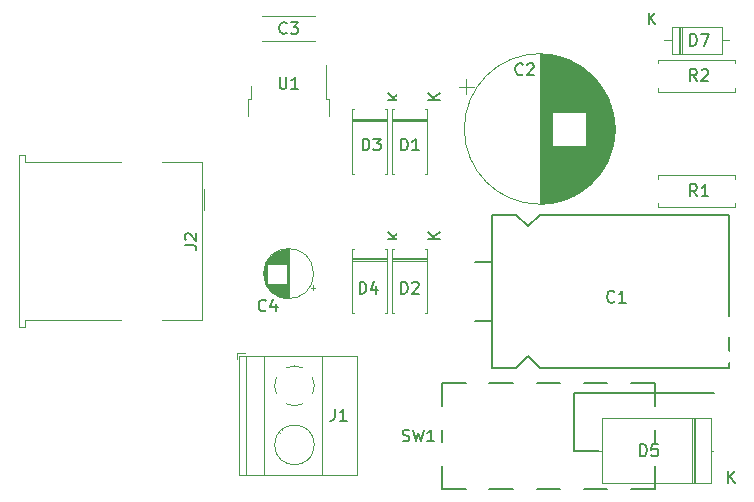
<source format=gto>
G04 #@! TF.GenerationSoftware,KiCad,Pcbnew,5.1.10*
G04 #@! TF.CreationDate,2021-05-08T14:59:39+02:00*
G04 #@! TF.ProjectId,Dynamo_minimal_USB_charger,44796e61-6d6f-45f6-9d69-6e696d616c5f,1.0*
G04 #@! TF.SameCoordinates,PX5f5e100PY7bfa480*
G04 #@! TF.FileFunction,Legend,Top*
G04 #@! TF.FilePolarity,Positive*
%FSLAX46Y46*%
G04 Gerber Fmt 4.6, Leading zero omitted, Abs format (unit mm)*
G04 Created by KiCad (PCBNEW 5.1.10) date 2021-05-08 14:59:39*
%MOMM*%
%LPD*%
G01*
G04 APERTURE LIST*
%ADD10C,0.120000*%
%ADD11C,0.150000*%
%ADD12C,1.600000*%
%ADD13R,5.800000X6.400000*%
%ADD14R,1.200000X2.200000*%
%ADD15C,1.800000*%
%ADD16R,1.800000X1.800000*%
%ADD17C,2.000000*%
%ADD18C,2.300000*%
%ADD19O,2.600000X2.600000*%
%ADD20R,2.600000X2.600000*%
%ADD21C,3.200000*%
%ADD22O,1.600000X1.600000*%
%ADD23R,1.500000X1.600000*%
%ADD24C,3.000000*%
%ADD25C,2.600000*%
%ADD26R,1.600000X1.600000*%
%ADD27O,2.200000X2.200000*%
%ADD28R,2.200000X2.200000*%
%ADD29C,1.200000*%
%ADD30R,1.200000X1.200000*%
%ADD31C,2.400000*%
%ADD32R,2.400000X2.400000*%
G04 APERTURE END LIST*
D10*
G04 #@! TO.C,C3*
X25520000Y39195000D02*
X25520000Y39180000D01*
X25520000Y41320000D02*
X25520000Y41305000D01*
X20980000Y39195000D02*
X20980000Y39180000D01*
X20980000Y41320000D02*
X20980000Y41305000D01*
X20980000Y39180000D02*
X25520000Y39180000D01*
X20980000Y41320000D02*
X25520000Y41320000D01*
G04 #@! TO.C,U1*
X26700000Y32820000D02*
X26700000Y34320000D01*
X26700000Y34320000D02*
X26430000Y34320000D01*
X26430000Y34320000D02*
X26430000Y37150000D01*
X19800000Y32820000D02*
X19800000Y34320000D01*
X19800000Y34320000D02*
X20070000Y34320000D01*
X20070000Y34320000D02*
X20070000Y35420000D01*
D11*
G04 #@! TO.C,C1*
X40500000Y15500000D02*
X39000000Y15500000D01*
X40500000Y20500000D02*
X39000000Y20500000D01*
X42500000Y24500000D02*
X40500000Y24500000D01*
X43500000Y23500000D02*
X42500000Y24500000D01*
X44500000Y24500000D02*
X43500000Y23500000D01*
X60500000Y24500000D02*
X44500000Y24500000D01*
X60500000Y11500000D02*
X60500000Y24500000D01*
X44500000Y11500000D02*
X60500000Y11500000D01*
X43500000Y12500000D02*
X44500000Y11500000D01*
X42500000Y11500000D02*
X43500000Y12500000D01*
X40500000Y11500000D02*
X42500000Y11500000D01*
X40500000Y24500000D02*
X40500000Y11500000D01*
G04 #@! TO.C,SW1*
X36250000Y5250000D02*
X36250000Y6250000D01*
X36250000Y1250000D02*
X36250000Y3250000D01*
X36250000Y10250000D02*
X36250000Y8250000D01*
X38250000Y10250000D02*
X36250000Y10250000D01*
X42250000Y10250000D02*
X40250000Y10250000D01*
X46250000Y10250000D02*
X44250000Y10250000D01*
X50250000Y10250000D02*
X48250000Y10250000D01*
X54250000Y10250000D02*
X52250000Y10250000D01*
X54250000Y5250000D02*
X54250000Y6250000D01*
X54250000Y10250000D02*
X54250000Y8250000D01*
X54250000Y1250000D02*
X54250000Y3250000D01*
X52250000Y1250000D02*
X54250000Y1250000D01*
X48250000Y1250000D02*
X50250000Y1250000D01*
X44250000Y1250000D02*
X46250000Y1250000D01*
X40250000Y1250000D02*
X42250000Y1250000D01*
X36250000Y1250000D02*
X38250000Y1250000D01*
G04 #@! TO.C,D5*
X47450000Y9400000D02*
X59250000Y9400000D01*
X47450000Y4500000D02*
X47450000Y9400000D01*
X49550000Y4500000D02*
X47450000Y4500000D01*
D10*
X57670000Y1730000D02*
X57670000Y7270000D01*
X57430000Y1730000D02*
X57430000Y7270000D01*
X57550000Y1730000D02*
X57550000Y7270000D01*
X49590000Y4500000D02*
X49780000Y4500000D01*
X59210000Y4500000D02*
X59020000Y4500000D01*
X49780000Y1730000D02*
X59020000Y1730000D01*
X49780000Y7270000D02*
X49780000Y1730000D01*
X59020000Y7270000D02*
X49780000Y7270000D01*
X59020000Y1730000D02*
X59020000Y7270000D01*
G04 #@! TO.C,R2*
X61080000Y34880000D02*
X61080000Y35210000D01*
X54540000Y34880000D02*
X61080000Y34880000D01*
X54540000Y35210000D02*
X54540000Y34880000D01*
X61080000Y37620000D02*
X61080000Y37290000D01*
X54540000Y37620000D02*
X61080000Y37620000D01*
X54540000Y37290000D02*
X54540000Y37620000D01*
G04 #@! TO.C,R1*
X61080000Y25130000D02*
X61080000Y25460000D01*
X54540000Y25130000D02*
X61080000Y25130000D01*
X54540000Y25460000D02*
X54540000Y25130000D01*
X61080000Y27870000D02*
X61080000Y27540000D01*
X54540000Y27870000D02*
X61080000Y27870000D01*
X54540000Y27540000D02*
X54540000Y27870000D01*
G04 #@! TO.C,J2*
X16100000Y26650000D02*
X16100000Y24850000D01*
X920000Y14940000D02*
X920000Y15590000D01*
X920000Y29560000D02*
X400000Y29560000D01*
X9030000Y15590000D02*
X920000Y15590000D01*
X400000Y29560000D02*
X400000Y14940000D01*
X400000Y14940000D02*
X920000Y14940000D01*
X15880000Y15590000D02*
X12550000Y15590000D01*
X15880000Y28910000D02*
X12550000Y28910000D01*
X15880000Y28910000D02*
X15880000Y15590000D01*
X920000Y28910000D02*
X920000Y29560000D01*
X920000Y28910000D02*
X9030000Y28910000D01*
G04 #@! TO.C,J1*
X18850000Y12800000D02*
X18850000Y12300000D01*
X19590000Y12800000D02*
X18850000Y12800000D01*
X22727000Y6227000D02*
X22681000Y6274000D01*
X25025000Y3930000D02*
X24989000Y3965000D01*
X22511000Y6034000D02*
X22476000Y6069000D01*
X24819000Y3725000D02*
X24773000Y3772000D01*
X29011000Y2440000D02*
X19090000Y2440000D01*
X29011000Y12560000D02*
X19090000Y12560000D01*
X19090000Y12560000D02*
X19090000Y2440000D01*
X29011000Y12560000D02*
X29011000Y2440000D01*
X26051000Y12560000D02*
X26051000Y2440000D01*
X21150000Y12560000D02*
X21150000Y2440000D01*
X19650000Y12560000D02*
X19650000Y2440000D01*
X25430000Y5000000D02*
G75*
G03*
X25430000Y5000000I-1680000J0D01*
G01*
X22069747Y9971195D02*
G75*
G02*
X22215000Y10684000I1680253J28805D01*
G01*
X23066958Y11535426D02*
G75*
G02*
X24434000Y11535000I683042J-1535426D01*
G01*
X25285426Y10683042D02*
G75*
G02*
X25285000Y9316000I-1535426J-683042D01*
G01*
X24433042Y8464574D02*
G75*
G02*
X23066000Y8465000I-683042J1535426D01*
G01*
X22215244Y9316682D02*
G75*
G02*
X22070000Y10000000I1534756J683318D01*
G01*
G04 #@! TO.C,D7*
X56290000Y40370000D02*
X56290000Y38130000D01*
X56530000Y40370000D02*
X56530000Y38130000D01*
X56410000Y40370000D02*
X56410000Y38130000D01*
X60580000Y39250000D02*
X59930000Y39250000D01*
X55040000Y39250000D02*
X55690000Y39250000D01*
X59930000Y40370000D02*
X55690000Y40370000D01*
X59930000Y38130000D02*
X59930000Y40370000D01*
X55690000Y38130000D02*
X59930000Y38130000D01*
X55690000Y40370000D02*
X55690000Y38130000D01*
G04 #@! TO.C,D4*
X31570000Y20830000D02*
X28630000Y20830000D01*
X31570000Y20590000D02*
X28630000Y20590000D01*
X31570000Y20710000D02*
X28630000Y20710000D01*
X28630000Y16170000D02*
X28760000Y16170000D01*
X28630000Y21610000D02*
X28630000Y16170000D01*
X28760000Y21610000D02*
X28630000Y21610000D01*
X31570000Y16170000D02*
X31440000Y16170000D01*
X31570000Y21610000D02*
X31570000Y16170000D01*
X31440000Y21610000D02*
X31570000Y21610000D01*
G04 #@! TO.C,D3*
X31570000Y32630000D02*
X28630000Y32630000D01*
X31570000Y32390000D02*
X28630000Y32390000D01*
X31570000Y32510000D02*
X28630000Y32510000D01*
X28630000Y27970000D02*
X28760000Y27970000D01*
X28630000Y33410000D02*
X28630000Y27970000D01*
X28760000Y33410000D02*
X28630000Y33410000D01*
X31570000Y27970000D02*
X31440000Y27970000D01*
X31570000Y33410000D02*
X31570000Y27970000D01*
X31440000Y33410000D02*
X31570000Y33410000D01*
G04 #@! TO.C,D2*
X34970000Y20830000D02*
X32030000Y20830000D01*
X34970000Y20590000D02*
X32030000Y20590000D01*
X34970000Y20710000D02*
X32030000Y20710000D01*
X32030000Y16170000D02*
X32160000Y16170000D01*
X32030000Y21610000D02*
X32030000Y16170000D01*
X32160000Y21610000D02*
X32030000Y21610000D01*
X34970000Y16170000D02*
X34840000Y16170000D01*
X34970000Y21610000D02*
X34970000Y16170000D01*
X34840000Y21610000D02*
X34970000Y21610000D01*
G04 #@! TO.C,D1*
X34970000Y32630000D02*
X32030000Y32630000D01*
X34970000Y32390000D02*
X32030000Y32390000D01*
X34970000Y32510000D02*
X32030000Y32510000D01*
X32030000Y27970000D02*
X32160000Y27970000D01*
X32030000Y33410000D02*
X32030000Y27970000D01*
X32160000Y33410000D02*
X32030000Y33410000D01*
X34970000Y27970000D02*
X34840000Y27970000D01*
X34970000Y33410000D02*
X34970000Y27970000D01*
X34840000Y33410000D02*
X34970000Y33410000D01*
G04 #@! TO.C,C4*
X25319801Y18105000D02*
X25319801Y18505000D01*
X25519801Y18305000D02*
X25119801Y18305000D01*
X21169000Y19130000D02*
X21169000Y19870000D01*
X21209000Y18963000D02*
X21209000Y20037000D01*
X21249000Y18836000D02*
X21249000Y20164000D01*
X21289000Y18732000D02*
X21289000Y20268000D01*
X21329000Y18641000D02*
X21329000Y20359000D01*
X21369000Y18560000D02*
X21369000Y20440000D01*
X21409000Y18487000D02*
X21409000Y20513000D01*
X21449000Y20340000D02*
X21449000Y20580000D01*
X21449000Y18420000D02*
X21449000Y18660000D01*
X21489000Y20340000D02*
X21489000Y20642000D01*
X21489000Y18358000D02*
X21489000Y18660000D01*
X21529000Y20340000D02*
X21529000Y20700000D01*
X21529000Y18300000D02*
X21529000Y18660000D01*
X21569000Y20340000D02*
X21569000Y20754000D01*
X21569000Y18246000D02*
X21569000Y18660000D01*
X21609000Y20340000D02*
X21609000Y20804000D01*
X21609000Y18196000D02*
X21609000Y18660000D01*
X21649000Y20340000D02*
X21649000Y20851000D01*
X21649000Y18149000D02*
X21649000Y18660000D01*
X21689000Y20340000D02*
X21689000Y20896000D01*
X21689000Y18104000D02*
X21689000Y18660000D01*
X21729000Y20340000D02*
X21729000Y20938000D01*
X21729000Y18062000D02*
X21729000Y18660000D01*
X21769000Y20340000D02*
X21769000Y20978000D01*
X21769000Y18022000D02*
X21769000Y18660000D01*
X21809000Y20340000D02*
X21809000Y21016000D01*
X21809000Y17984000D02*
X21809000Y18660000D01*
X21849000Y20340000D02*
X21849000Y21052000D01*
X21849000Y17948000D02*
X21849000Y18660000D01*
X21889000Y20340000D02*
X21889000Y21087000D01*
X21889000Y17913000D02*
X21889000Y18660000D01*
X21929000Y20340000D02*
X21929000Y21119000D01*
X21929000Y17881000D02*
X21929000Y18660000D01*
X21969000Y20340000D02*
X21969000Y21150000D01*
X21969000Y17850000D02*
X21969000Y18660000D01*
X22009000Y20340000D02*
X22009000Y21180000D01*
X22009000Y17820000D02*
X22009000Y18660000D01*
X22049000Y20340000D02*
X22049000Y21208000D01*
X22049000Y17792000D02*
X22049000Y18660000D01*
X22089000Y20340000D02*
X22089000Y21235000D01*
X22089000Y17765000D02*
X22089000Y18660000D01*
X22129000Y20340000D02*
X22129000Y21260000D01*
X22129000Y17740000D02*
X22129000Y18660000D01*
X22169000Y20340000D02*
X22169000Y21285000D01*
X22169000Y17715000D02*
X22169000Y18660000D01*
X22209000Y20340000D02*
X22209000Y21308000D01*
X22209000Y17692000D02*
X22209000Y18660000D01*
X22249000Y20340000D02*
X22249000Y21330000D01*
X22249000Y17670000D02*
X22249000Y18660000D01*
X22289000Y20340000D02*
X22289000Y21351000D01*
X22289000Y17649000D02*
X22289000Y18660000D01*
X22329000Y20340000D02*
X22329000Y21370000D01*
X22329000Y17630000D02*
X22329000Y18660000D01*
X22369000Y20340000D02*
X22369000Y21389000D01*
X22369000Y17611000D02*
X22369000Y18660000D01*
X22409000Y20340000D02*
X22409000Y21407000D01*
X22409000Y17593000D02*
X22409000Y18660000D01*
X22449000Y20340000D02*
X22449000Y21424000D01*
X22449000Y17576000D02*
X22449000Y18660000D01*
X22489000Y20340000D02*
X22489000Y21440000D01*
X22489000Y17560000D02*
X22489000Y18660000D01*
X22529000Y20340000D02*
X22529000Y21454000D01*
X22529000Y17546000D02*
X22529000Y18660000D01*
X22570000Y20340000D02*
X22570000Y21468000D01*
X22570000Y17532000D02*
X22570000Y18660000D01*
X22610000Y20340000D02*
X22610000Y21482000D01*
X22610000Y17518000D02*
X22610000Y18660000D01*
X22650000Y20340000D02*
X22650000Y21494000D01*
X22650000Y17506000D02*
X22650000Y18660000D01*
X22690000Y20340000D02*
X22690000Y21505000D01*
X22690000Y17495000D02*
X22690000Y18660000D01*
X22730000Y20340000D02*
X22730000Y21516000D01*
X22730000Y17484000D02*
X22730000Y18660000D01*
X22770000Y20340000D02*
X22770000Y21525000D01*
X22770000Y17475000D02*
X22770000Y18660000D01*
X22810000Y20340000D02*
X22810000Y21534000D01*
X22810000Y17466000D02*
X22810000Y18660000D01*
X22850000Y20340000D02*
X22850000Y21542000D01*
X22850000Y17458000D02*
X22850000Y18660000D01*
X22890000Y20340000D02*
X22890000Y21550000D01*
X22890000Y17450000D02*
X22890000Y18660000D01*
X22930000Y20340000D02*
X22930000Y21556000D01*
X22930000Y17444000D02*
X22930000Y18660000D01*
X22970000Y20340000D02*
X22970000Y21562000D01*
X22970000Y17438000D02*
X22970000Y18660000D01*
X23010000Y20340000D02*
X23010000Y21567000D01*
X23010000Y17433000D02*
X23010000Y18660000D01*
X23050000Y20340000D02*
X23050000Y21571000D01*
X23050000Y17429000D02*
X23050000Y18660000D01*
X23090000Y17426000D02*
X23090000Y21574000D01*
X23130000Y17423000D02*
X23130000Y21577000D01*
X23170000Y17421000D02*
X23170000Y21579000D01*
X23210000Y17420000D02*
X23210000Y21580000D01*
X23250000Y17420000D02*
X23250000Y21580000D01*
X25370000Y19500000D02*
G75*
G03*
X25370000Y19500000I-2120000J0D01*
G01*
G04 #@! TO.C,C2*
X38307918Y35950000D02*
X38307918Y34700000D01*
X37682918Y35325000D02*
X38932918Y35325000D01*
X50861000Y32067000D02*
X50861000Y31433000D01*
X50821000Y32507000D02*
X50821000Y30993000D01*
X50781000Y32778000D02*
X50781000Y30722000D01*
X50741000Y32991000D02*
X50741000Y30509000D01*
X50701000Y33172000D02*
X50701000Y30328000D01*
X50661000Y33333000D02*
X50661000Y30167000D01*
X50621000Y33478000D02*
X50621000Y30022000D01*
X50581000Y33611000D02*
X50581000Y29889000D01*
X50541000Y33734000D02*
X50541000Y29766000D01*
X50501000Y33850000D02*
X50501000Y29650000D01*
X50461000Y33959000D02*
X50461000Y29541000D01*
X50421000Y34062000D02*
X50421000Y29438000D01*
X50381000Y34160000D02*
X50381000Y29340000D01*
X50341000Y34254000D02*
X50341000Y29246000D01*
X50301000Y34344000D02*
X50301000Y29156000D01*
X50261000Y34431000D02*
X50261000Y29069000D01*
X50221000Y34514000D02*
X50221000Y28986000D01*
X50181000Y34594000D02*
X50181000Y28906000D01*
X50141000Y34671000D02*
X50141000Y28829000D01*
X50101000Y34746000D02*
X50101000Y28754000D01*
X50061000Y34819000D02*
X50061000Y28681000D01*
X50021000Y34890000D02*
X50021000Y28610000D01*
X49981000Y34958000D02*
X49981000Y28542000D01*
X49941000Y35025000D02*
X49941000Y28475000D01*
X49901000Y35089000D02*
X49901000Y28411000D01*
X49861000Y35152000D02*
X49861000Y28348000D01*
X49821000Y35214000D02*
X49821000Y28286000D01*
X49781000Y35274000D02*
X49781000Y28226000D01*
X49741000Y35333000D02*
X49741000Y28167000D01*
X49701000Y35390000D02*
X49701000Y28110000D01*
X49661000Y35446000D02*
X49661000Y28054000D01*
X49621000Y35500000D02*
X49621000Y28000000D01*
X49581000Y35554000D02*
X49581000Y27946000D01*
X49541000Y35606000D02*
X49541000Y27894000D01*
X49501000Y35657000D02*
X49501000Y27843000D01*
X49461000Y35707000D02*
X49461000Y27793000D01*
X49421000Y35757000D02*
X49421000Y27743000D01*
X49381000Y35805000D02*
X49381000Y27695000D01*
X49341000Y35852000D02*
X49341000Y27648000D01*
X49301000Y35898000D02*
X49301000Y27602000D01*
X49261000Y35944000D02*
X49261000Y27556000D01*
X49221000Y35988000D02*
X49221000Y27512000D01*
X49181000Y36032000D02*
X49181000Y27468000D01*
X49141000Y36075000D02*
X49141000Y27425000D01*
X49101000Y36117000D02*
X49101000Y27383000D01*
X49061000Y36158000D02*
X49061000Y27342000D01*
X49021000Y36199000D02*
X49021000Y27301000D01*
X48981000Y36239000D02*
X48981000Y27261000D01*
X48941000Y36278000D02*
X48941000Y27222000D01*
X48901000Y36317000D02*
X48901000Y27183000D01*
X48861000Y36355000D02*
X48861000Y27145000D01*
X48821000Y36392000D02*
X48821000Y27108000D01*
X48781000Y36428000D02*
X48781000Y27072000D01*
X48741000Y36464000D02*
X48741000Y27036000D01*
X48701000Y36500000D02*
X48701000Y27000000D01*
X48661000Y36535000D02*
X48661000Y26965000D01*
X48621000Y36569000D02*
X48621000Y26931000D01*
X48581000Y36602000D02*
X48581000Y26898000D01*
X48541000Y36635000D02*
X48541000Y26865000D01*
X48501000Y36668000D02*
X48501000Y26832000D01*
X48461000Y36700000D02*
X48461000Y26800000D01*
X48421000Y30310000D02*
X48421000Y26768000D01*
X48421000Y36732000D02*
X48421000Y33190000D01*
X48381000Y30310000D02*
X48381000Y26738000D01*
X48381000Y36762000D02*
X48381000Y33190000D01*
X48341000Y30310000D02*
X48341000Y26707000D01*
X48341000Y36793000D02*
X48341000Y33190000D01*
X48301000Y30310000D02*
X48301000Y26677000D01*
X48301000Y36823000D02*
X48301000Y33190000D01*
X48261000Y30310000D02*
X48261000Y26648000D01*
X48261000Y36852000D02*
X48261000Y33190000D01*
X48221000Y30310000D02*
X48221000Y26619000D01*
X48221000Y36881000D02*
X48221000Y33190000D01*
X48181000Y30310000D02*
X48181000Y26590000D01*
X48181000Y36910000D02*
X48181000Y33190000D01*
X48141000Y30310000D02*
X48141000Y26562000D01*
X48141000Y36938000D02*
X48141000Y33190000D01*
X48101000Y30310000D02*
X48101000Y26534000D01*
X48101000Y36966000D02*
X48101000Y33190000D01*
X48061000Y30310000D02*
X48061000Y26507000D01*
X48061000Y36993000D02*
X48061000Y33190000D01*
X48021000Y30310000D02*
X48021000Y26480000D01*
X48021000Y37020000D02*
X48021000Y33190000D01*
X47981000Y30310000D02*
X47981000Y26454000D01*
X47981000Y37046000D02*
X47981000Y33190000D01*
X47941000Y30310000D02*
X47941000Y26428000D01*
X47941000Y37072000D02*
X47941000Y33190000D01*
X47901000Y30310000D02*
X47901000Y26403000D01*
X47901000Y37097000D02*
X47901000Y33190000D01*
X47861000Y30310000D02*
X47861000Y26378000D01*
X47861000Y37122000D02*
X47861000Y33190000D01*
X47821000Y30310000D02*
X47821000Y26353000D01*
X47821000Y37147000D02*
X47821000Y33190000D01*
X47781000Y30310000D02*
X47781000Y26329000D01*
X47781000Y37171000D02*
X47781000Y33190000D01*
X47741000Y30310000D02*
X47741000Y26305000D01*
X47741000Y37195000D02*
X47741000Y33190000D01*
X47701000Y30310000D02*
X47701000Y26282000D01*
X47701000Y37218000D02*
X47701000Y33190000D01*
X47661000Y30310000D02*
X47661000Y26259000D01*
X47661000Y37241000D02*
X47661000Y33190000D01*
X47621000Y30310000D02*
X47621000Y26236000D01*
X47621000Y37264000D02*
X47621000Y33190000D01*
X47581000Y30310000D02*
X47581000Y26214000D01*
X47581000Y37286000D02*
X47581000Y33190000D01*
X47541000Y30310000D02*
X47541000Y26192000D01*
X47541000Y37308000D02*
X47541000Y33190000D01*
X47501000Y30310000D02*
X47501000Y26170000D01*
X47501000Y37330000D02*
X47501000Y33190000D01*
X47461000Y30310000D02*
X47461000Y26149000D01*
X47461000Y37351000D02*
X47461000Y33190000D01*
X47421000Y30310000D02*
X47421000Y26128000D01*
X47421000Y37372000D02*
X47421000Y33190000D01*
X47381000Y30310000D02*
X47381000Y26108000D01*
X47381000Y37392000D02*
X47381000Y33190000D01*
X47341000Y30310000D02*
X47341000Y26088000D01*
X47341000Y37412000D02*
X47341000Y33190000D01*
X47301000Y30310000D02*
X47301000Y26068000D01*
X47301000Y37432000D02*
X47301000Y33190000D01*
X47261000Y30310000D02*
X47261000Y26048000D01*
X47261000Y37452000D02*
X47261000Y33190000D01*
X47221000Y30310000D02*
X47221000Y26029000D01*
X47221000Y37471000D02*
X47221000Y33190000D01*
X47181000Y30310000D02*
X47181000Y26011000D01*
X47181000Y37489000D02*
X47181000Y33190000D01*
X47141000Y30310000D02*
X47141000Y25992000D01*
X47141000Y37508000D02*
X47141000Y33190000D01*
X47101000Y30310000D02*
X47101000Y25974000D01*
X47101000Y37526000D02*
X47101000Y33190000D01*
X47061000Y30310000D02*
X47061000Y25957000D01*
X47061000Y37543000D02*
X47061000Y33190000D01*
X47021000Y30310000D02*
X47021000Y25939000D01*
X47021000Y37561000D02*
X47021000Y33190000D01*
X46981000Y30310000D02*
X46981000Y25922000D01*
X46981000Y37578000D02*
X46981000Y33190000D01*
X46941000Y30310000D02*
X46941000Y25905000D01*
X46941000Y37595000D02*
X46941000Y33190000D01*
X46901000Y30310000D02*
X46901000Y25889000D01*
X46901000Y37611000D02*
X46901000Y33190000D01*
X46861000Y30310000D02*
X46861000Y25873000D01*
X46861000Y37627000D02*
X46861000Y33190000D01*
X46821000Y30310000D02*
X46821000Y25857000D01*
X46821000Y37643000D02*
X46821000Y33190000D01*
X46781000Y30310000D02*
X46781000Y25842000D01*
X46781000Y37658000D02*
X46781000Y33190000D01*
X46741000Y30310000D02*
X46741000Y25826000D01*
X46741000Y37674000D02*
X46741000Y33190000D01*
X46701000Y30310000D02*
X46701000Y25811000D01*
X46701000Y37689000D02*
X46701000Y33190000D01*
X46661000Y30310000D02*
X46661000Y25797000D01*
X46661000Y37703000D02*
X46661000Y33190000D01*
X46621000Y30310000D02*
X46621000Y25783000D01*
X46621000Y37717000D02*
X46621000Y33190000D01*
X46581000Y30310000D02*
X46581000Y25769000D01*
X46581000Y37731000D02*
X46581000Y33190000D01*
X46541000Y30310000D02*
X46541000Y25755000D01*
X46541000Y37745000D02*
X46541000Y33190000D01*
X46501000Y30310000D02*
X46501000Y25742000D01*
X46501000Y37758000D02*
X46501000Y33190000D01*
X46461000Y30310000D02*
X46461000Y25729000D01*
X46461000Y37771000D02*
X46461000Y33190000D01*
X46421000Y30310000D02*
X46421000Y25716000D01*
X46421000Y37784000D02*
X46421000Y33190000D01*
X46381000Y30310000D02*
X46381000Y25703000D01*
X46381000Y37797000D02*
X46381000Y33190000D01*
X46341000Y30310000D02*
X46341000Y25691000D01*
X46341000Y37809000D02*
X46341000Y33190000D01*
X46301000Y30310000D02*
X46301000Y25679000D01*
X46301000Y37821000D02*
X46301000Y33190000D01*
X46261000Y30310000D02*
X46261000Y25667000D01*
X46261000Y37833000D02*
X46261000Y33190000D01*
X46221000Y30310000D02*
X46221000Y25656000D01*
X46221000Y37844000D02*
X46221000Y33190000D01*
X46181000Y30310000D02*
X46181000Y25645000D01*
X46181000Y37855000D02*
X46181000Y33190000D01*
X46141000Y30310000D02*
X46141000Y25634000D01*
X46141000Y37866000D02*
X46141000Y33190000D01*
X46101000Y30310000D02*
X46101000Y25624000D01*
X46101000Y37876000D02*
X46101000Y33190000D01*
X46061000Y30310000D02*
X46061000Y25613000D01*
X46061000Y37887000D02*
X46061000Y33190000D01*
X46021000Y30310000D02*
X46021000Y25604000D01*
X46021000Y37896000D02*
X46021000Y33190000D01*
X45981000Y30310000D02*
X45981000Y25594000D01*
X45981000Y37906000D02*
X45981000Y33190000D01*
X45941000Y30310000D02*
X45941000Y25584000D01*
X45941000Y37916000D02*
X45941000Y33190000D01*
X45901000Y30310000D02*
X45901000Y25575000D01*
X45901000Y37925000D02*
X45901000Y33190000D01*
X45861000Y30310000D02*
X45861000Y25566000D01*
X45861000Y37934000D02*
X45861000Y33190000D01*
X45821000Y30310000D02*
X45821000Y25558000D01*
X45821000Y37942000D02*
X45821000Y33190000D01*
X45781000Y30310000D02*
X45781000Y25549000D01*
X45781000Y37951000D02*
X45781000Y33190000D01*
X45741000Y30310000D02*
X45741000Y25541000D01*
X45741000Y37959000D02*
X45741000Y33190000D01*
X45701000Y30310000D02*
X45701000Y25534000D01*
X45701000Y37966000D02*
X45701000Y33190000D01*
X45661000Y30310000D02*
X45661000Y25526000D01*
X45661000Y37974000D02*
X45661000Y33190000D01*
X45621000Y30310000D02*
X45621000Y25519000D01*
X45621000Y37981000D02*
X45621000Y33190000D01*
X45581000Y30310000D02*
X45581000Y25512000D01*
X45581000Y37988000D02*
X45581000Y33190000D01*
X45541000Y37995000D02*
X45541000Y25505000D01*
X45501000Y38002000D02*
X45501000Y25498000D01*
X45461000Y38008000D02*
X45461000Y25492000D01*
X45421000Y38014000D02*
X45421000Y25486000D01*
X45381000Y38019000D02*
X45381000Y25481000D01*
X45341000Y38025000D02*
X45341000Y25475000D01*
X45301000Y38030000D02*
X45301000Y25470000D01*
X45261000Y38035000D02*
X45261000Y25465000D01*
X45221000Y38040000D02*
X45221000Y25460000D01*
X45180000Y38044000D02*
X45180000Y25456000D01*
X45140000Y38048000D02*
X45140000Y25452000D01*
X45100000Y38052000D02*
X45100000Y25448000D01*
X45060000Y38056000D02*
X45060000Y25444000D01*
X45020000Y38059000D02*
X45020000Y25441000D01*
X44980000Y38062000D02*
X44980000Y25438000D01*
X44940000Y38065000D02*
X44940000Y25435000D01*
X44900000Y38068000D02*
X44900000Y25432000D01*
X44860000Y38070000D02*
X44860000Y25430000D01*
X44820000Y38072000D02*
X44820000Y25428000D01*
X44780000Y38074000D02*
X44780000Y25426000D01*
X44740000Y38076000D02*
X44740000Y25424000D01*
X44700000Y38077000D02*
X44700000Y25423000D01*
X44660000Y38078000D02*
X44660000Y25422000D01*
X44620000Y38079000D02*
X44620000Y25421000D01*
X44580000Y38080000D02*
X44580000Y25420000D01*
X44540000Y38080000D02*
X44540000Y25420000D01*
X44500000Y38080000D02*
X44500000Y25420000D01*
X50870000Y31750000D02*
G75*
G03*
X50870000Y31750000I-6370000J0D01*
G01*
G04 #@! TO.C,C3*
D11*
X23083333Y39892858D02*
X23035714Y39845239D01*
X22892857Y39797620D01*
X22797619Y39797620D01*
X22654761Y39845239D01*
X22559523Y39940477D01*
X22511904Y40035715D01*
X22464285Y40226191D01*
X22464285Y40369048D01*
X22511904Y40559524D01*
X22559523Y40654762D01*
X22654761Y40750000D01*
X22797619Y40797620D01*
X22892857Y40797620D01*
X23035714Y40750000D01*
X23083333Y40702381D01*
X23416666Y40797620D02*
X24035714Y40797620D01*
X23702380Y40416667D01*
X23845238Y40416667D01*
X23940476Y40369048D01*
X23988095Y40321429D01*
X24035714Y40226191D01*
X24035714Y39988096D01*
X23988095Y39892858D01*
X23940476Y39845239D01*
X23845238Y39797620D01*
X23559523Y39797620D01*
X23464285Y39845239D01*
X23416666Y39892858D01*
G04 #@! TO.C,U1*
X22488095Y36147620D02*
X22488095Y35338096D01*
X22535714Y35242858D01*
X22583333Y35195239D01*
X22678571Y35147620D01*
X22869047Y35147620D01*
X22964285Y35195239D01*
X23011904Y35242858D01*
X23059523Y35338096D01*
X23059523Y36147620D01*
X24059523Y35147620D02*
X23488095Y35147620D01*
X23773809Y35147620D02*
X23773809Y36147620D01*
X23678571Y36004762D01*
X23583333Y35909524D01*
X23488095Y35861905D01*
G04 #@! TO.C,C1*
X50833333Y17142858D02*
X50785714Y17095239D01*
X50642857Y17047620D01*
X50547619Y17047620D01*
X50404761Y17095239D01*
X50309523Y17190477D01*
X50261904Y17285715D01*
X50214285Y17476191D01*
X50214285Y17619048D01*
X50261904Y17809524D01*
X50309523Y17904762D01*
X50404761Y18000000D01*
X50547619Y18047620D01*
X50642857Y18047620D01*
X50785714Y18000000D01*
X50833333Y17952381D01*
X51785714Y17047620D02*
X51214285Y17047620D01*
X51500000Y17047620D02*
X51500000Y18047620D01*
X51404761Y17904762D01*
X51309523Y17809524D01*
X51214285Y17761905D01*
G04 #@! TO.C,SW1*
X32916666Y5345239D02*
X33059523Y5297620D01*
X33297619Y5297620D01*
X33392857Y5345239D01*
X33440476Y5392858D01*
X33488095Y5488096D01*
X33488095Y5583334D01*
X33440476Y5678572D01*
X33392857Y5726191D01*
X33297619Y5773810D01*
X33107142Y5821429D01*
X33011904Y5869048D01*
X32964285Y5916667D01*
X32916666Y6011905D01*
X32916666Y6107143D01*
X32964285Y6202381D01*
X33011904Y6250000D01*
X33107142Y6297620D01*
X33345238Y6297620D01*
X33488095Y6250000D01*
X33821428Y6297620D02*
X34059523Y5297620D01*
X34250000Y6011905D01*
X34440476Y5297620D01*
X34678571Y6297620D01*
X35583333Y5297620D02*
X35011904Y5297620D01*
X35297619Y5297620D02*
X35297619Y6297620D01*
X35202380Y6154762D01*
X35107142Y6059524D01*
X35011904Y6011905D01*
G04 #@! TO.C,D5*
X53011904Y4047620D02*
X53011904Y5047620D01*
X53250000Y5047620D01*
X53392857Y5000000D01*
X53488095Y4904762D01*
X53535714Y4809524D01*
X53583333Y4619048D01*
X53583333Y4476191D01*
X53535714Y4285715D01*
X53488095Y4190477D01*
X53392857Y4095239D01*
X53250000Y4047620D01*
X53011904Y4047620D01*
X54488095Y5047620D02*
X54011904Y5047620D01*
X53964285Y4571429D01*
X54011904Y4619048D01*
X54107142Y4666667D01*
X54345238Y4666667D01*
X54440476Y4619048D01*
X54488095Y4571429D01*
X54535714Y4476191D01*
X54535714Y4238096D01*
X54488095Y4142858D01*
X54440476Y4095239D01*
X54345238Y4047620D01*
X54107142Y4047620D01*
X54011904Y4095239D01*
X53964285Y4142858D01*
X60488095Y1747620D02*
X60488095Y2747620D01*
X61059523Y1747620D02*
X60630952Y2319048D01*
X61059523Y2747620D02*
X60488095Y2176191D01*
G04 #@! TO.C,R2*
X57833333Y35797620D02*
X57500000Y36273810D01*
X57261904Y35797620D02*
X57261904Y36797620D01*
X57642857Y36797620D01*
X57738095Y36750000D01*
X57785714Y36702381D01*
X57833333Y36607143D01*
X57833333Y36464286D01*
X57785714Y36369048D01*
X57738095Y36321429D01*
X57642857Y36273810D01*
X57261904Y36273810D01*
X58214285Y36702381D02*
X58261904Y36750000D01*
X58357142Y36797620D01*
X58595238Y36797620D01*
X58690476Y36750000D01*
X58738095Y36702381D01*
X58785714Y36607143D01*
X58785714Y36511905D01*
X58738095Y36369048D01*
X58166666Y35797620D01*
X58785714Y35797620D01*
G04 #@! TO.C,R1*
X57833333Y26047620D02*
X57500000Y26523810D01*
X57261904Y26047620D02*
X57261904Y27047620D01*
X57642857Y27047620D01*
X57738095Y27000000D01*
X57785714Y26952381D01*
X57833333Y26857143D01*
X57833333Y26714286D01*
X57785714Y26619048D01*
X57738095Y26571429D01*
X57642857Y26523810D01*
X57261904Y26523810D01*
X58785714Y26047620D02*
X58214285Y26047620D01*
X58500000Y26047620D02*
X58500000Y27047620D01*
X58404761Y26904762D01*
X58309523Y26809524D01*
X58214285Y26761905D01*
G04 #@! TO.C,J2*
X14452380Y21916667D02*
X15166666Y21916667D01*
X15309523Y21869048D01*
X15404761Y21773810D01*
X15452380Y21630953D01*
X15452380Y21535715D01*
X14547619Y22345239D02*
X14500000Y22392858D01*
X14452380Y22488096D01*
X14452380Y22726191D01*
X14500000Y22821429D01*
X14547619Y22869048D01*
X14642857Y22916667D01*
X14738095Y22916667D01*
X14880952Y22869048D01*
X15452380Y22297620D01*
X15452380Y22916667D01*
G04 #@! TO.C,J1*
X27166666Y8047620D02*
X27166666Y7333334D01*
X27119047Y7190477D01*
X27023809Y7095239D01*
X26880952Y7047620D01*
X26785714Y7047620D01*
X28166666Y7047620D02*
X27595238Y7047620D01*
X27880952Y7047620D02*
X27880952Y8047620D01*
X27785714Y7904762D01*
X27690476Y7809524D01*
X27595238Y7761905D01*
G04 #@! TO.C,D7*
X57261904Y38797620D02*
X57261904Y39797620D01*
X57500000Y39797620D01*
X57642857Y39750000D01*
X57738095Y39654762D01*
X57785714Y39559524D01*
X57833333Y39369048D01*
X57833333Y39226191D01*
X57785714Y39035715D01*
X57738095Y38940477D01*
X57642857Y38845239D01*
X57500000Y38797620D01*
X57261904Y38797620D01*
X58166666Y39797620D02*
X58833333Y39797620D01*
X58404761Y38797620D01*
X53738095Y40597620D02*
X53738095Y41597620D01*
X54309523Y40597620D02*
X53880952Y41169048D01*
X54309523Y41597620D02*
X53738095Y41026191D01*
G04 #@! TO.C,D4*
X29261904Y17797620D02*
X29261904Y18797620D01*
X29500000Y18797620D01*
X29642857Y18750000D01*
X29738095Y18654762D01*
X29785714Y18559524D01*
X29833333Y18369048D01*
X29833333Y18226191D01*
X29785714Y18035715D01*
X29738095Y17940477D01*
X29642857Y17845239D01*
X29500000Y17797620D01*
X29261904Y17797620D01*
X30690476Y18464286D02*
X30690476Y17797620D01*
X30452380Y18845239D02*
X30214285Y18130953D01*
X30833333Y18130953D01*
X32652380Y22438096D02*
X31652380Y22438096D01*
X32652380Y23009524D02*
X32080952Y22580953D01*
X31652380Y23009524D02*
X32223809Y22438096D01*
G04 #@! TO.C,D3*
X29511904Y29927620D02*
X29511904Y30927620D01*
X29750000Y30927620D01*
X29892857Y30880000D01*
X29988095Y30784762D01*
X30035714Y30689524D01*
X30083333Y30499048D01*
X30083333Y30356191D01*
X30035714Y30165715D01*
X29988095Y30070477D01*
X29892857Y29975239D01*
X29750000Y29927620D01*
X29511904Y29927620D01*
X30416666Y30927620D02*
X31035714Y30927620D01*
X30702380Y30546667D01*
X30845238Y30546667D01*
X30940476Y30499048D01*
X30988095Y30451429D01*
X31035714Y30356191D01*
X31035714Y30118096D01*
X30988095Y30022858D01*
X30940476Y29975239D01*
X30845238Y29927620D01*
X30559523Y29927620D01*
X30464285Y29975239D01*
X30416666Y30022858D01*
X32652380Y34238096D02*
X31652380Y34238096D01*
X32652380Y34809524D02*
X32080952Y34380953D01*
X31652380Y34809524D02*
X32223809Y34238096D01*
G04 #@! TO.C,D2*
X32761904Y17797620D02*
X32761904Y18797620D01*
X33000000Y18797620D01*
X33142857Y18750000D01*
X33238095Y18654762D01*
X33285714Y18559524D01*
X33333333Y18369048D01*
X33333333Y18226191D01*
X33285714Y18035715D01*
X33238095Y17940477D01*
X33142857Y17845239D01*
X33000000Y17797620D01*
X32761904Y17797620D01*
X33714285Y18702381D02*
X33761904Y18750000D01*
X33857142Y18797620D01*
X34095238Y18797620D01*
X34190476Y18750000D01*
X34238095Y18702381D01*
X34285714Y18607143D01*
X34285714Y18511905D01*
X34238095Y18369048D01*
X33666666Y17797620D01*
X34285714Y17797620D01*
X36052380Y22438096D02*
X35052380Y22438096D01*
X36052380Y23009524D02*
X35480952Y22580953D01*
X35052380Y23009524D02*
X35623809Y22438096D01*
G04 #@! TO.C,D1*
X32761904Y29927620D02*
X32761904Y30927620D01*
X33000000Y30927620D01*
X33142857Y30880000D01*
X33238095Y30784762D01*
X33285714Y30689524D01*
X33333333Y30499048D01*
X33333333Y30356191D01*
X33285714Y30165715D01*
X33238095Y30070477D01*
X33142857Y29975239D01*
X33000000Y29927620D01*
X32761904Y29927620D01*
X34285714Y29927620D02*
X33714285Y29927620D01*
X34000000Y29927620D02*
X34000000Y30927620D01*
X33904761Y30784762D01*
X33809523Y30689524D01*
X33714285Y30641905D01*
X36052380Y34238096D02*
X35052380Y34238096D01*
X36052380Y34809524D02*
X35480952Y34380953D01*
X35052380Y34809524D02*
X35623809Y34238096D01*
G04 #@! TO.C,C4*
X21333333Y16392858D02*
X21285714Y16345239D01*
X21142857Y16297620D01*
X21047619Y16297620D01*
X20904761Y16345239D01*
X20809523Y16440477D01*
X20761904Y16535715D01*
X20714285Y16726191D01*
X20714285Y16869048D01*
X20761904Y17059524D01*
X20809523Y17154762D01*
X20904761Y17250000D01*
X21047619Y17297620D01*
X21142857Y17297620D01*
X21285714Y17250000D01*
X21333333Y17202381D01*
X22190476Y16964286D02*
X22190476Y16297620D01*
X21952380Y17345239D02*
X21714285Y16630953D01*
X22333333Y16630953D01*
G04 #@! TO.C,C2*
X43083333Y36392858D02*
X43035714Y36345239D01*
X42892857Y36297620D01*
X42797619Y36297620D01*
X42654761Y36345239D01*
X42559523Y36440477D01*
X42511904Y36535715D01*
X42464285Y36726191D01*
X42464285Y36869048D01*
X42511904Y37059524D01*
X42559523Y37154762D01*
X42654761Y37250000D01*
X42797619Y37297620D01*
X42892857Y37297620D01*
X43035714Y37250000D01*
X43083333Y37202381D01*
X43464285Y37202381D02*
X43511904Y37250000D01*
X43607142Y37297620D01*
X43845238Y37297620D01*
X43940476Y37250000D01*
X43988095Y37202381D01*
X44035714Y37107143D01*
X44035714Y37011905D01*
X43988095Y36869048D01*
X43416666Y36297620D01*
X44035714Y36297620D01*
G04 #@! TD*
%LPC*%
D12*
G04 #@! TO.C,C3*
X25750000Y40250000D03*
X20750000Y40250000D03*
G04 #@! TD*
D13*
G04 #@! TO.C,U1*
X23250000Y29750000D03*
D14*
X20970000Y36050000D03*
X25530000Y36050000D03*
G04 #@! TD*
D15*
G04 #@! TO.C,D8*
X59750000Y29460000D03*
D16*
X59750000Y32000000D03*
G04 #@! TD*
D15*
G04 #@! TO.C,D6*
X59750000Y12460000D03*
D16*
X59750000Y15000000D03*
G04 #@! TD*
D17*
G04 #@! TO.C,C1*
X37500000Y15500000D03*
X37500000Y20500000D03*
G04 #@! TD*
D18*
G04 #@! TO.C,SW1*
X32250000Y8050000D03*
G36*
G01*
X33150001Y2100000D02*
X31349999Y2100000D01*
G75*
G02*
X31100000Y2349999I0J249999D01*
G01*
X31100000Y4150001D01*
G75*
G02*
X31349999Y4400000I249999J0D01*
G01*
X33150001Y4400000D01*
G75*
G02*
X33400000Y4150001I0J-249999D01*
G01*
X33400000Y2349999D01*
G75*
G02*
X33150001Y2100000I-249999J0D01*
G01*
G37*
G04 #@! TD*
D19*
G04 #@! TO.C,D5*
X60750000Y9300000D03*
D20*
X60750000Y4500000D03*
G04 #@! TD*
D21*
G04 #@! TO.C,REF\u002A\u002A*
X14500000Y9750000D03*
G04 #@! TD*
G04 #@! TO.C,REF\u002A\u002A*
X14500000Y34750000D03*
G04 #@! TD*
D22*
G04 #@! TO.C,R2*
X61620000Y36250000D03*
D12*
X54000000Y36250000D03*
G04 #@! TD*
D22*
G04 #@! TO.C,R1*
X61620000Y26500000D03*
D12*
X54000000Y26500000D03*
G04 #@! TD*
G04 #@! TO.C,J2*
X13500000Y18750000D03*
X13500000Y21250000D03*
X13500000Y23250000D03*
D23*
X13500000Y25750000D03*
D24*
X10790000Y15680000D03*
X10790000Y28820000D03*
G04 #@! TD*
D25*
G04 #@! TO.C,J1*
X23750000Y5000000D03*
D20*
X23750000Y10000000D03*
G04 #@! TD*
D22*
G04 #@! TO.C,D7*
X61620000Y39250000D03*
D26*
X54000000Y39250000D03*
G04 #@! TD*
D27*
G04 #@! TO.C,D4*
X30100000Y15080000D03*
D28*
X30100000Y22700000D03*
G04 #@! TD*
D27*
G04 #@! TO.C,D3*
X30100000Y26880000D03*
D28*
X30100000Y34500000D03*
G04 #@! TD*
D27*
G04 #@! TO.C,D2*
X33500000Y15080000D03*
D28*
X33500000Y22700000D03*
G04 #@! TD*
D27*
G04 #@! TO.C,D1*
X33500000Y26880000D03*
D28*
X33500000Y34500000D03*
G04 #@! TD*
D29*
G04 #@! TO.C,C4*
X22250000Y19500000D03*
D30*
X24250000Y19500000D03*
G04 #@! TD*
D31*
G04 #@! TO.C,C2*
X47000000Y31750000D03*
D32*
X42000000Y31750000D03*
G04 #@! TD*
M02*

</source>
